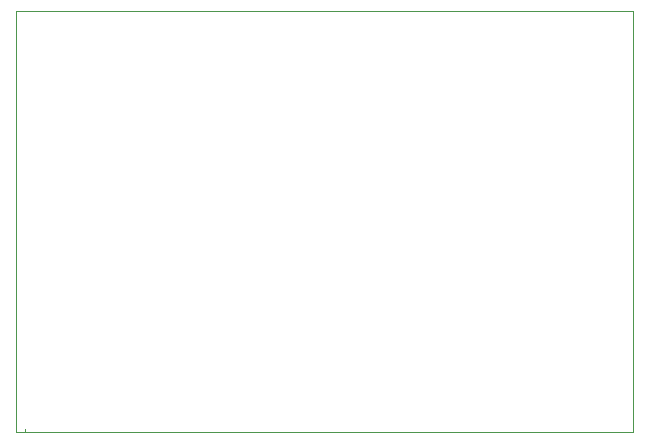
<source format=gbr>
G04 (created by PCBNEW (2013-07-07 BZR 4022)-stable) date 4/23/2015 8:07:26 PM*
%MOIN*%
G04 Gerber Fmt 3.4, Leading zero omitted, Abs format*
%FSLAX34Y34*%
G01*
G70*
G90*
G04 APERTURE LIST*
%ADD10C,0.00590551*%
%ADD11C,0.00393701*%
G04 APERTURE END LIST*
G54D10*
G54D11*
X81860Y-73220D02*
X81860Y-73140D01*
X81560Y-73220D02*
X81860Y-73220D01*
X81560Y-59180D02*
X81560Y-73220D01*
X102140Y-59180D02*
X81560Y-59180D01*
X102140Y-73220D02*
X102140Y-59180D01*
X81780Y-73220D02*
X102140Y-73220D01*
M02*

</source>
